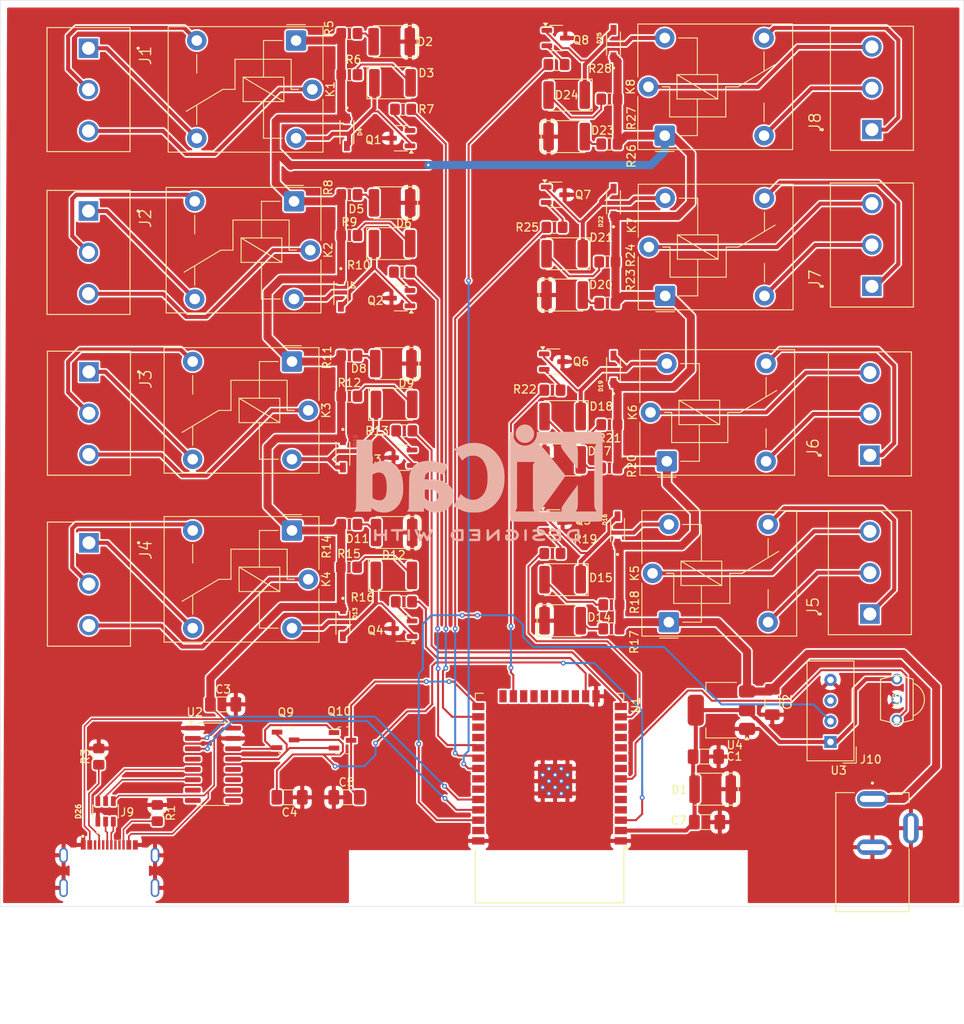
<source format=kicad_pcb>
(kicad_pcb (version 20241229) (generator "pcbnew") (generator_version "9.0")
  (title_block (title "Home automation") (date "2025-06-08") (rev "1") (company "Designed by Vishal"))
  (layers (0 "F.Cu" signal) (2 "B.Cu" signal) (13 "F.Paste" user) (15 "B.Paste" user) (5 "F.SilkS" user "F.Silkscreen") (7 "B.SilkS" user "B.Silkscreen") (1 "F.Mask" user) (3 "B.Mask" user) (25 "Edge.Cuts" user))
  (net 0 "")
  (net 1 "GND")
  (net 2 "Net-(Q8-B)")
  (net 3 "/DTR")
  (net 4 "3.3V")
  (net 5 "5V")
  (net 6 "/RTS")
  (net 7 "/UD-")
  (net 9 "Net-(J9-CC1)")
  (net 10 "/UD+")
  (net 12 "Net-(Q1-B)")
  (net 13 "Net-(Q2-B)")
  (net 14 "Net-(Q3-B)")
  (net 15 "Net-(Q4-B)")
  (net 16 "Net-(Q5-B)")
  (net 17 "Net-(Q6-B)")
  (net 18 "Net-(Q7-B)")
  (net 19 "/INPUT1")
  (net 20 "/INPUT2")
  (net 21 "/INPUT3")
  (net 22 "/INPUT4")
  (net 23 "/INPUT5")
  (net 24 "/INPUT6")
  (net 25 "/INPUT7")
  (net 26 "/INPUT8")
  (net 32 "/TXD")
  (net 34 "/IR")
  (net 39 "/RXD")
  (net 41 "/DHT11")
  (net 59 "Net-(J1-Pin_3)")
  (net 60 "Net-(J1-Pin_2)")
  (net 61 "Net-(J1-Pin_1)")
  (net 62 "Net-(J2-Pin_2)")
  (net 63 "Net-(J2-Pin_1)")
  (net 64 "Net-(J2-Pin_3)")
  (net 65 "Net-(J3-Pin_3)")
  (net 66 "Net-(J3-Pin_1)")
  (net 67 "Net-(J3-Pin_2)")
  (net 68 "Net-(J4-Pin_2)")
  (net 69 "Net-(J4-Pin_3)")
  (net 70 "Net-(J4-Pin_1)")
  (net 71 "Net-(J5-Pin_1)")
  (net 72 "Net-(J5-Pin_3)")
  (net 73 "Net-(J5-Pin_2)")
  (net 74 "Net-(J6-Pin_2)")
  (net 75 "Net-(J6-Pin_3)")
  (net 76 "Net-(J6-Pin_1)")
  (net 77 "Net-(J7-Pin_2)")
  (net 78 "Net-(J7-Pin_3)")
  (net 79 "Net-(J7-Pin_1)")
  (net 80 "Net-(J8-Pin_2)")
  (net 81 "Net-(J8-Pin_1)")
  (net 82 "Net-(J8-Pin_3)")
  (net 83 "Net-(J9-CC2)")
  (net 84 "Net-(Q10-S)")
  (net 85 "Net-(Q10-G)")
  (net 86 "Net-(D8-A)")
  (net 87 "Net-(D6-A)")
  (net 88 "Net-(D6-K)")
  (net 89 "Net-(D5-A)")
  (net 90 "Net-(D3-A)")
  (net 91 "Net-(D3-K)")
  (net 92 "Net-(D2-A)")
  (net 93 "Net-(D9-K)")
  (net 94 "Net-(D24-K)")
  (net 95 "Net-(D24-A)")
  (net 96 "Net-(D23-A)")
  (net 97 "Net-(D21-A)")
  (net 98 "Net-(D21-K)")
  (net 99 "Net-(D20-A)")
  (net 100 "Net-(D18-A)")
  (net 101 "Net-(D18-K)")
  (net 102 "Net-(D17-A)")
  (net 103 "Net-(D15-A)")
  (net 104 "Net-(D15-K)")
  (net 105 "Net-(D14-A)")
  (net 106 "Net-(D12-K)")
  (net 107 "Net-(D12-A)")
  (net 108 "Net-(D11-A)")
  (net 109 "Net-(D9-A)")
  (net 110 "/DP")
  (net 111 "/DN")
  (footprint "Resistor_SMD:R_0805_2012Metric_Pad1.20x1.40mm_HandSolder" (layer "F.Cu") (at 146.975 110.6175 180)
    (property "Reference" "R18")
    (property "Value" "470k")
  )
  (footprint "LED_SMD:LED_1812_4532Metric_Pad1.30x3.40mm_HandSolder" (layer "F.Cu") (at 141.475 53.1075)
    (property "Reference" "D23")
    (property "Value" "LED")
  )
  (footprint "Resistor_SMD:R_0805_2012Metric_Pad1.20x1.40mm_HandSolder" (layer "F.Cu") (at 146.725 48.5 180)
    (property "Reference" "R27")
    (property "Value" "470k")
  )
  (footprint "LED_SMD:LED_1812_4532Metric_Pad1.30x3.40mm_HandSolder" (layer "F.Cu") (at 140.975 112.5675)
    (property "Reference" "D14")
    (property "Value" "LED")
  )
  (footprint "LED_SMD:LED_1812_4532Metric_Pad1.30x3.40mm_HandSolder" (layer "F.Cu") (at 141.225 67.5 180)
    (property "Reference" "D21")
    (property "Value" "LED")
  )
  (footprint "Capacitor_SMD:C_1206_3216Metric_Pad1.33x1.80mm_HandSolder" (layer "F.Cu") (at 166.7375 122.55 -90)
    (property "Reference" "C2")
    (property "Value" "10uF")
  )
  (footprint "Resistor_SMD:R_0805_2012Metric_Pad1.20x1.40mm_HandSolder" (layer "F.Cu") (at 121.525 89.25 180)
    (property "Reference" "R13")
    (property "Value" "1K")
  )
  (footprint "1N5819HW-7-F:SOD3715X145N" (layer "F.Cu") (at 147.225 61.18 90)
    (property "Reference" "D22")
    (property "Value" "1N5819HW-7-F")
  )
  (footprint "Capacitor_SMD:C_1206_3216Metric_Pad1.33x1.80mm_HandSolder" (layer "F.Cu") (at 158.575 129.2625)
    (property "Reference" "C1")
    (property "Value" "10uF")
  )
  (footprint "1N5819HW-7-F:SOD3715X145N" (layer "F.Cu") (at 147.225 41.68 90)
    (property "Reference" "D25")
    (property "Value" "1N5819HW-7-F")
  )
  (footprint "screw-TB004-508-03BE:CUI_TB004-508-03BE" (layer "F.Cu") (at 178.725 92.25 90)
    (property "Reference" "J6")
    (property "Value" "Screw_Terminal_01x03")
  )
  (footprint "Resistor_SMD:R_0805_2012Metric_Pad1.20x1.40mm_HandSolder" (layer "F.Cu") (at 146.975 113.5675 180)
    (property "Reference" "R17")
    (property "Value" "470k")
  )
  (footprint "1N5819HW-7-F:SOD3715X145N" (layer "F.Cu") (at 147.725 101.43 90)
    (property "Reference" "D16")
    (property "Value" "1N5819HW-7-F")
  )
  (footprint "Resistor_SMD:R_0805_2012Metric_Pad1.20x1.40mm_HandSolder" (layer "F.Cu") (at 139.975 64.25)
    (property "Reference" "R25")
    (property "Value" "1K")
  )
  (footprint "Resistor_SMD:R_0805_2012Metric_Pad1.20x1.40mm_HandSolder" (layer "F.Cu") (at 139.725 104.3175)
    (property "Reference" "R19")
    (property "Value" "1K")
  )
  (footprint "Relay_THT:Relay_SPDT_Finder_36.11" (layer "F.Cu") (at 107.725 80.7375 -90)
    (property "Reference" "K3")
    (property "Value" "FINDER-36.11")
  )
  (footprint "Resistor_SMD:R_0805_2012Metric_Pad1.20x1.40mm_HandSolder" (layer "F.Cu") (at 140.225 44.25)
    (property "Reference" "R28")
    (property "Value" "1K")
  )
  (footprint "Resistor_SMD:R_0805_2012Metric_Pad1.20x1.40mm_HandSolder" (layer "F.Cu") (at 146.725 93.8175 180)
    (property "Reference" "R20")
    (property "Value" "470k")
  )
  (footprint "TSOP1838:TSOP18XX" (layer "F.Cu") (at 182.0109 122.2488 90)
    (property "Reference" "U5")
    (property "Value" "TSOP1838")
  )
  (footprint "1N5819HW-7-F:SOD3715X145N" (layer "F.Cu") (at 113.975 112.82 -90)
    (property "Reference" "D13")
    (property "Value" "1N5819HW-7-F")
  )
  (footprint "LED_SMD:LED_1812_4532Metric_Pad1.30x3.40mm_HandSolder" (layer "F.Cu") (at 141.225 72.5675)
    (property "Reference" "D20")
    (property "Value" "LED")
  )
  (footprint "Resistor_SMD:R_0805_2012Metric_Pad1.20x1.40mm_HandSolder" (layer "F.Cu") (at 114.775 60.2375)
    (property "Reference" "R8")
    (property "Value" "470k")
  )
  (footprint "screw-TB004-508-03BE:CUI_TB004-508-03BE" (layer "F.Cu") (at 178.725 111.75 90)
    (property "Reference" "J5")
    (property "Value" "Screw_Terminal_01x03")
  )
  (footprint "LED_SMD:LED_1812_4532Metric_Pad1.30x3.40mm_HandSolder" (layer "F.Cu") (at 120.275 86)
    (property "Reference" "D9")
    (property "Value" "LED")
  )
  (footprint "LED_SMD:LED_1812_4532Metric_Pad1.30x3.40mm_HandSolder" (layer "F.Cu") (at 120.025 61.2375 180)
    (property "Reference" "D5")
    (property "Value" "LED")
  )
  (footprint "Capacitor_SMD:C_1206_3216Metric_Pad1.33x1.80mm_HandSolder" (layer "F.Cu") (at 114.425 134.2625)
    (property "Reference" "C5")
    (property "Value" "1uF")
  )
  (footprint "2340901-1:TE_2340901-1" (layer "F.Cu") (at 85.27825 145.3875)
    (property "Reference" "J9")
    (property "Value" "2340901-1")
    (fp_line (start -4.62 -4.7) (end 4.62 -4.7) (stroke (width 0.01)) (layer "Edge.Cuts"))
    (fp_line (start -4.62 2.2) (end -4.62 -4.7) (stroke (width 0.01)) (layer "Edge.Cuts"))
    (fp_line (start 4.62 -4.7) (end 4.62 2.2) (stroke (width 0.01)) (layer "Edge.Cuts"))
    (fp_line (start 4.62 2.2) (end -4.62 2.2) (stroke (width 0.01)) (layer "Edge.Cuts"))
  )
  (footprint "LED_SMD:LED_1812_4532Metric_Pad1.30x3.40mm_HandSolder" (layer "F.Cu") (at 159.4125 133.2625 180)
    (property "Reference" "D1")
    (property "Value" "LED")
  )
  (footprint "1N5819HW-7-F:SOD3715X145N" (layer "F.Cu") (at 113.975 92.07 -90)
    (property "Reference" "D10")
    (property "Value" "1N5819HW-7-F")
  )
  (footprint "Resistor_SMD:R_0805_2012Metric_Pad1.20x1.40mm_HandSolder" (layer "F.Cu") (at 114.775 85)
    (property "Reference" "R12")
    (property "Value" "470k")
  )
  (footprint "Package_TO_SOT_SMD:SOT-23-3" (layer "F.Cu") (at 139.8375 100.5)
    (property "Reference" "Q5")
    (property "Value" "BC337")
  )
  (footprint "Resistor_SMD:R_0805_2012Metric_Pad1.20x1.40mm_HandSolder" (layer "F.Cu") (at 114.775 80.0375)
    (property "Reference" "R11")
    (property "Value" "470k")
  )
  (footprint "LED_SMD:LED_1812_4532Metric_Pad1.30x3.40mm_HandSolder" (layer "F.Cu") (at 140.975 87.5 180)
    (property "Reference" "D18")
    (property "Value" "LED")
  )
  (footprint "Resistor_SMD:R_0805_2012Metric_Pad1.20x1.40mm_HandSolder" (layer "F.Cu") (at 114.775 45.5)
    (property "Reference" "R6")
    (property "Value" "470k")
  )
  (footprint "LED_SMD:LED_1812_4532Metric_Pad1.30x3.40mm_HandSolder" (layer "F.Cu") (at 120.25 107)
    (property "Reference" "D12")
    (property "Value" "LED")
  )
  (footprint "Resistor_SMD:R_0805_2012Metric_Pad1.20x1.40mm_HandSolder" (layer "F.Cu") (at 114.775 100.7375)
    (property "Reference" "R14")
    (property "Value" "470k")
  )
  (footprint "Resistor_SMD:R_0805_2012Metric_Pad1.20x1.40mm_HandSolder" (layer "F.Cu") (at 121.375 49.75 180)
    (property "Reference" "R7")
    (property "Value" "1K")
  )
  (footprint "Capacitor_SMD:C_1206_3216Metric_Pad1.33x1.80mm_HandSolder" (layer "F.Cu") (at 99.2625 122.85)
    (property "Reference" "C3")
    (property "Value" "0.1uF")
  )
  (footprint "Package_TO_SOT_SMD:SOT-23-3" (layer "F.Cu") (at 121.0875 72.95 180)
    (property "Reference" "Q2")
    (property "Value" "BC337")
  )
  (footprint "LED_SMD:LED_1812_4532Metric_Pad1.30x3.40mm_HandSolder" (layer "F.Cu") (at 140.975 107.5275 180)
    (property "Reference" "D15")
    (property "Value" "LED")
  )
  (footprint "Package_TO_SOT_SMD:SOT-23-3" (layer "F.Cu") (at 140.175 41)
    (property "Reference" "Q8")
    (property "Value" "BC337")
  )
  (footprint "screw-TB004-508-03BE:CUI_TB004-508-03BE" (layer "F.Cu") (at 82.725 42.25 -90)
    (property "Reference" "J1")
    (property "Value" "Screw_Terminal_01x03")
  )
  (footprint "Package_TO_SOT_SMD:SOT-223-3_TabPin2" (layer "F.Cu") (at 160.4875 123.5625 180)
    (property "Reference" "U4")
    (property "Value" "AMS1117-3.3")
  )
  (footprint "Package_TO_SOT_SMD:SOT-23-3" (layer "F.Cu") (at 139.8375 80.75)
    (property "Reference" "Q6")
    (property "Value" "BC337")
  )
  (footprint "Resistor_SMD:R_0805_2012Metric_Pad1.20x1.40mm_HandSolder" (layer "F.Cu") (at 121.25 69.75 180)
    (property "Reference" "R10")
    (property "Value" "1K" (hide yes))
  )
  (footprint "Resistor_SMD:R_0805_2012Metric_Pad1.20x1.40mm_HandSolder" (layer "F.Cu") (at 91.175 136.2 -90)
    (property "Reference" "R1")
    (property "Value" "5.1k")
  )
  (footprint "USBLC6-2SC6:SOT95P280X145-6N" (layer "F.Cu") (at 84.825 135.995 90)
    (property "Reference" "D26")
    (property "Value" "USBLC6-2SC6")
  )
  (footprint "Resistor_SMD:R_0805_2012Metric_Pad1.20x1.40mm_HandSolder" (layer "F.Cu") (at 146.475 73.5675 180)
    (property "Reference" "R23")
    (property "Value" "470k")
  )
  (footprint "screw-TB004-508-03BE:CUI_TB004-508-03BE" (layer "F.Cu") (at 178.975 71.5 90)
    (property "Reference" "J7")
    (property "Value" "Screw_Terminal_01x03")
  )
  (footprint "Resistor_SMD:R_0805_2012Metric_Pad1.20x1.40mm_HandSolder" (layer "F.Cu") (at 114.725 106)
    (property "Reference" "R15")
    (property "Value" "470k")
  )
  (footprint "screw-TB004-508-03BE:CUI_TB004-508-03BE" (layer "F.Cu") (at 82.775 103 -90)
    (property "Reference" "J4")
    (property "Value" "Screw_Terminal_01x03")
  )
  (footprint "LED_SMD:LED_1812_4532Metric_Pad1.30x3.40mm_HandSolder" (layer "F.Cu") (at 120.075 46.5)
    (property "Reference" "D3")
    (property "Value" "LED")
  )
  (footprint "1N5819HW-7-F:SOD3715X145N" (layer "F.Cu") (at 147.225 81.68 90)
    (property "Reference" "D19")
    (property "Value" "1N5819HW-7-F")
  )
  (footprint "Power-Jack-EJ503A:MPD_EJ503A" (layer "F.Cu") (at 179.0375 141)
    (property "Reference" "J10")
    (property "Value" "EJ503A")
  )
  (footprint "Resistor_SMD:R_0805_2012Metric_Pad1.20x1.40mm_HandSolder" (layer "F.Cu") (at 114.775 40.4375)
    (property "Reference" "R5")
    (property "Value" "470k")
  )
  (footprint "Relay_THT:Relay_SPDT_Finder_36.11" (layer "F.Cu") (at 154.025 112.75 90)
    (property "Reference" "K5")
    (property "Value" "FINDER-36.11")
  )
  (footprint "digikey-footprints:SOT-23-3" (layer "F.Cu") (at 106.9375 127.2125)
    (property "Reference" "Q9")
    (property "Value" "BSS138")
  )
  (footprint "LED_SMD:LED_1812_4532Metric_Pad1.30x3.40mm_HandSolder" (layer "F.Cu") (at 140.975 92.8175)
    (property "Reference" "D17")
    (property "Value" "LED")
  )
  (footprint "LED_SMD:LED_1812_4532Metric_Pad1.30x3.40mm_HandSolder" (layer "F.Cu") (at 120.025 66.25)
    (property "Reference" "D6")
    (property "Value" "LED")
  )
  (footprint "Relay_THT:Relay_SPDT_Finder_36.11" (layer "F.Cu") (at 108.225 41.305 -90)
    (property "Reference" "K1")
    (property "Value" "FINDER-36.11")
  )
  (footprint "Capacitor_SMD:C_1206_3216Metric_Pad1.33x1.80mm_HandSolder" (layer "F.Cu") (at 158.725 137.3125)
    (property "Reference" "C7")
    (property "Value" "0.1uF")
  )
  (footprint "Package_TO_SOT_SMD:SOT-23-3" (layer "F.Cu") (at 121.3375 113.55 180)
    (property "Reference" "Q4")
    (property "Value" "BC337")
  )
  (footprint "Sensor:Aosong_DHT11_5.5x12.0_P2.54mm" (layer "F.Cu") (at 173.8875 127.4625 180)
    (property "Reference" "U3")
    (property "Value" "DHT11")
  )
  (footprint "LED_SMD:LED_1812_4532Metric_Pad1.30x3.40mm_HandSolder" (layer "F.Cu") (at 141.475 48 180)
    (property "Reference" "D24")
    (property "Value" "LED")
  )
  (footprint "LED_SMD:LED_1812_4532Metric_Pad1.30x3.40mm_HandSolder" (layer "F.Cu") (at 120.275 101.7375 180)
    (property "Reference" "D11")
    (property "Value" "LED")
  )
  (footprint "Resistor_SMD:R_0805_2012Metric_Pad1.20x1.40mm_HandSolder" (layer "F.Cu") (at 146.475 68.5 180)
    (property "Reference" "R24")
    (property "Value" "470k")
  )
  (footprint "Relay_THT:Relay_SPDT_Finder_36.11" (layer "F.Cu") (at 107.975 61.055 -90)
    (property "Reference" "K2")
    (property "Value" "FINDER-36.11")
  )
  (footprint "Resistor_SMD:R_0805_2012Metric_Pad1.20x1.40mm_HandSolder" (layer "F.Cu") (at 146.725 88.5 180)
    (property "Reference" "R21")
    (property "Value" "470k")
  )
  (footprint "Package_SO:SOIC-16_3.9x9.9mm_P1.27mm" (layer "F.Cu") (at 98.0125 130.2075)
    (property "Reference" "U2")
    (property "Value" "CH340C")
  )
  (footprint "Resistor_SMD:R_0805_2012Metric_Pad1.20x1.40mm_HandSolder" (layer "F.Cu") (at 146.725 54.0175 180)
    (property "Reference" "R26")
    (property "Value" "470k")
  )
  (footprint "Package_TO_SOT_SMD:SOT-23-3" (layer "F.Cu") (at 140.0875 60.25)
    (property "Reference" "Q7")
    (property "Value" "BC337")
  )
  (footprint "Relay_THT:Relay_SPDT_Finder_36.11" (layer "F.Cu") (at 107.725 101.4875 -90)
    (property "Reference" "K4")
    (property "Value" "FINDER-36.11")
  )
  (footprint "1N5819HW-7-F:SOD3715X145N" (layer "F.Cu") (at 113.725 72.32 -90)
    (property "Reference" "D7")
    (property "Value" "1N5819HW-7-F")
  )
  (footprint "Package_TO_SOT_SMD:SOT-23-3" (layer "F.Cu") (at 121.3375 92.55 180)
    (property "Reference" "Q3")
    (property "Value" "BC337")
  )
  (footprint "Relay_THT:Relay_SPDT_Finder_36.11" (layer "F.Cu") (at 153.775 92.9875 90)
    (property "Reference" "K6")
    (property "Value" "FINDER-36.11")
  )
  (footprint "screw-TB004-508-03BE:CUI_TB004-508-03BE" (layer "F.Cu") (at 82.725 62.25 -90)
    (property "Reference" "J2")
    (property "Value" "Screw_Terminal_01x03")
  )
  (footprint "Relay_THT:Relay_SPDT_Finder_36.11" (layer "F.Cu") (at 153.575 72.67 90)
    (property "Reference" "K7")
    (property "Value" "FINDER-36.11")
  )
  (footprint "LED_SMD:LED_1812_4532Metric_Pad1.30x3.40mm_HandSolder" (layer "F.Cu") (at 120.175 80.9875 180)
    (property "Reference" "D8")
    (property "Value" "LED")
  )
  (footprint "digikey-footprints:SOT-23-3" (layer "F.Cu") (at 113.9375 127.2625)
    (property "Reference" "Q10")
    (property "Value" "BSS138")
  )
  (footprint "screw-TB004-508-03BE:CUI_TB004-508-03BE" (layer "F.Cu") (at 178.975 52.25 90)
    (property "Reference" "J8")
    (property "Value" "Screw_Terminal_01x03")
  )
  (footprint "Relay_THT:Relay_SPDT_Finder_36.11" (layer "F.Cu") (at 153.525 52.9875 90)
    (property "Reference" "K8")
    (property "Value" "FINDER-36.11")
  )
  (footprint "Resistor_SMD:R_0805_2012Metric_Pad1.20x1.40mm_HandSolder" (layer "F.Cu") (at 121.475 110.25 180)
    (property "Reference" "R16")
    (property "Value" "1K")
  )
  (footprint "Resistor_SMD:R_0805_2012Metric_Pad1.20x1.40mm_HandSolder" (layer "F.Cu") (at 83.9875 129.2625 90)
    (property "Reference" "R3")
    (property "Value" "5.1k")
  )
  (footprint "Resistor_SMD:R_0805_2012Metric_Pad1.20x1.40mm_HandSolder" (layer "F.Cu") (at 139.725 84.25)
    (property "Reference" "R22")
    (property "Value" "1K")
  )
  (footprint "screw-TB004-508-03BE:CUI_TB004-508-03BE" (layer "F.Cu") (at 82.775 82 -90)
    (property "Reference" "J3")
    (property "Value" "Screw_Terminal_01x03")
  )
  (footprint "1N5819HW-7-F:SOD3715X145N" (layer "F.Cu") (at 114.475 52.57 -90)
    (property "Reference" "D4")
    (property "Value" "1N5819HW-7-F")
  )
  (footprint "RF_Module:ESP32-WROOM-32" (layer "F.Cu") (at 139.37 131.365 180)
    (property "Reference" "U1")
    (property "Value" "ESP32-WROOM-32")
  )
  (footprint "Capacitor_SMD:C_1206_3216Metric_Pad1.33x1.80mm_HandSolder" (layer "F.Cu") (at 107.425 134.2625 180)
    (property "Reference" "C4")
    (property "Value" "1uF")
  )
  (footprint "LED_SMD:LED_1812_4532Metric_Pad1.30x3.40mm_HandSolder" (layer "F.Cu") (at 119.975 41.4375 180)
    (property "Reference" "D2")
    (property "Value" "LED")
  )
  (footprint "Package_TO_SOT_SMD:SOT-23-3" (layer "F.Cu") (at 121.0875 53.3 180)
    (property "Reference" "Q1")
    (property "Value" "BC337")
  )
  (footprint "Resistor_SMD:R_0805_2012Metric_Pad1.20x1.40mm_HandSolder" (layer "F.Cu") (at 114.775 65.25)
    (property "Reference" "R9")
    (property "Value" "470k")
  )
  (footprint "Symbol:KiCad-Logo2_12mm_SilkScreen" (layer "B.Cu") (at 130.65 94.4 180)
    (property "Reference" "REF**" (hide yes))
    (property "Value" "KiCad-Logo2_12mm_SilkScreen" (hide yes))
  )
  (gr_rect (start 71.875 36.35) (end 190.275 147.65) (stroke (width 0.05)) (fill no) (layer "Edge.Cuts"))
  (segment (start 141.225 44.1375) (end 139.0375 41.95) (width 0.25) (layer "F.Cu") (net 2))
  (segment (start 141.225 44.25) (end 141.225 44.1375) (width 0.25) (layer "F.Cu") (net 2))
  (segment (start 107.825 129) (end 105.8625 130.9625) (width 0.25) (layer "F.Cu") (net 3))
  (segment (start 124.95 122.75) (end 124.95 118.15) (width 0.25) (layer "F.Cu") (net 3))
  (segment (start 118 127.6) (end 121.9 123.7) (width 0.25) (layer "F.Cu") (net 3))
  (segment (start 150.75 136.3) (end 149.975 137.075) (width 0.25) (layer "F.Cu") (net 3))
  (segment (start 111.575 129) (end 107.825 129) (width 0.25) (layer "F.Cu") (net 3))
  (segment (start 113.4895 127.2125) (end 113.975 127.698) (width 0.25) (layer "F.Cu") (net 3))
  (segment (start 125.4 117.7) (end 141.05 117.7) (width 0.25) (layer "F.Cu") (net 3))
  (segment (start 121.9 123.7) (end 124.1 123.7) (width 0.25) (layer "F.Cu") (net 3))
  (segment (start 141.05 117.7) (end 141.05 117.775) (width 0.25) (layer "F.Cu") (net 3))
  (segment (start 124.1 123.7) (end 125 122.8) (width 0.25) (layer "F.Cu") (net 3))
  (segment (start 124.95 118.15) (end 125.4 117.7) (width 0.25) (layer "F.Cu") (net 3))
  (segment (start 105.8625 130.9625) (end 105.8625 134.2625) (width 0.25) (layer "F.Cu") (net 3))
  (segment (start 113.625 129) (end 111.575 129) (width 0.25) (layer "F.Cu") (net 3))
  (segment (start 149.975 137.075) (end 148.12 137.075) (width 0.25) (layer "F.Cu") (net 3))
  (segment (start 107.9875 127.2125) (end 113.4895 127.2125) (width 0.25) (layer "F.Cu") (net 3))
  (segment (start 150.75 134.3) (end 150.75 136.3) (width 0.25) (layer "F.Cu") (net 3))
  (segment (start 113.975 127.698) (end 113.975 128.65) (width 0.25) (layer "F.Cu") (net 3))
  (segment (start 125 122.8) (end 124.95 122.75) (width 0.25) (layer "F.Cu") (net 3))
  (segment (start 113.025 130.45) (end 113.125 130.35) (width 0.25) (layer "F.Cu") (net 3))
  (segment (start 111.575 129) (end 113.025 130.45) (width 0.25) (layer "F.Cu") (net 3))
  (segment (start 113.975 128.65) (end 113.625 129) (width 0.25) (layer "F.Cu") (net 3))
  (via (at 150.75 134.3) (size 0.6) (drill 0.3) (layers "F.Cu" "B.Cu") (net 3))
  (via (at 113.025 130.45) (size 0.6) (drill 0.3) (layers "F.Cu" "B.Cu") (net 3))
  (via (at 141.05 117.775) (size 0.6) (drill 0.3) (layers "F.Cu" "B.Cu") (net 3))
  (via (at 118 127.6) (size 0.6) (drill 0.3) (layers "F.Cu" "B.Cu") (net 3))
  (segment (start 150.75 123.65) (end 150.75 134.3) (width 0.25) (layer "B.Cu") (net 3))
  (segment (start 118 127.6) (end 118 127.65) (width 0.25) (layer "B.Cu") (net 3))
  (segment (start 150.75 134.3) (end 150.75 133.1) (width 0.25) (layer "B.Cu") (net 3))
  (segment (start 116.6 130.45) (end 117.95 129.1) (width 0.25) (layer "B.Cu") (net 3))
  (segment (start 118 129.05) (end 118 127.6) (width 0.25) (layer "B.Cu") (net 3))
  (segment (start 117.95 129.1) (end 118 129.05) (width 0.25) (layer "B.Cu") (net 3))
  (segment (start 141.05 117.775) (end 144.875 117.775) (width 0.25) (layer "B.Cu") (net 3))
  (segment (start 113.025 130.45) (end 116.6 130.45) (width 0.25) (layer "B.Cu") (net 3))
  (segment (start 144.875 117.775) (end 150.75 123.65) (width 0.25) (layer "B.Cu") (net 3))
  (segment (start 164.625 124.55) (end 164.725 124.55) (width 0.5) (layer "F.Cu") (net 4))
  (segment (start 157.0125 133.0875) (end 157.1875 133.2625) (width 0.5) (layer "F.Cu") (net 4))
  (segment (start 174.6125 127.4625) (end 176.925 125.15) (width 0.5) (layer "F.Cu") (net 4))
  (segment (start 157.1875 133.2625) (end 157.1875 137.2875) (width 0.5) (layer "F.Cu") (net 4))
  (segment (start 173.8875 127.4625) (end 174.6125 127.4625) (width 0.5) (layer "F.Cu") (net 4))
  (segment (start 176.925 121.05) (end 178.225 119.75) (width 0.5) (layer "F.Cu") (net 4))
  (segment (start 167.6375 127.4625) (end 173.8875 127.4625) (width 0.5) (layer "F.Cu") (net 4))
  (segment (start 156.13 138.345) (end 148.12 138.345) (width 0.5) (layer "F.Cu") (net 4))
  (segment (start 157.1625 137.3125) (end 156.13 138.345) (width 0.5) (layer "F.Cu") (net 4))
  (segment (start 157.1875 137.2875) (end 157.1625 137.3125) (width 0.5) (layer "F.Cu") (net 4))
  (segment (start 163.6375 123.5625) (end 164.625 124.55) (width 0.5) (layer "F.Cu") (net 4))
  (segment (start 157.3375 123.5625) (end 163.6375 123.5625) (width 0.5) (layer "F.Cu") (net 4))
  (segment (start 176.925 125.15) (end 176.925 121.05) (width 0.5) (layer "F.Cu") (net 4))
  (segment (start 164.725 124.55) (end 167.6375 127.4625) (width 0.5) (layer "F.Cu") (net 4))
  (segment (start 157.3375 128.9375) (end 157.0125 129.2625) (width 0.5) (layer "F.Cu") (net 4))
  (segment (start 157.3375 123.5625) (end 157.3375 128.9375) (width 0.5) (layer "F.Cu") (net 4))
  (segment (start 178.225 119.75) (end 182.0375 119.75) (width 0.5) (layer "F.Cu") (net 4))
  (segment (start 157.0125 129.2625) (end 157.0125 133.0875) (width 0.5) (layer "F.Cu") (net 4))
  (segment (start 97.7 123.075) (end 99.275 124.65) (width 0.2) (layer "F.Cu") (net 5))
  (segment (start 82.225 137.8) (end 82.87825 138.45325) (width 0.2) (layer "F.Cu") (net 5))
  (segment (start 105.725 54.85) (end 107.575 56.7) (width 1) (layer "F.Cu") (net 5))
  (segment (start 154.025 112.75) (end 148.7925 112.75) (width 1) (layer "F.Cu") (net 5))
  (segment (start 148.755 52.9875) (end 147.725 54.0175) (width 1) (layer "F.Cu") (net 5))
  (segment (start 97.7 119.625) (end 97.7 122.85) (width 1) (layer "F.Cu") (net 5))
  (segment (start 82.225 125.55) (end 82.225 137.8) (width 0.2) (layer "F.Cu") (net 5))
  (segment (start 107.975 61.055) (end 112.9575 61.055) (width 1) (layer "F.Cu") (net 5))
  (segment (start 106.085 50.89) (end 105.725 51.25) (width 1) (layer "F.Cu") (net 5))
  (segment (start 163.6375 121.2625) (end 166.4625 121.2625) (width 1) (layer "F.Cu") (net 5))
  (segment (start 153.575 72.67) (end 148.3725 72.67) (width 1) (layer "F.Cu") (net 5))
  (segment (start 156.725 75.25) (end 156.725 81.75) (width 1) (layer "F.Cu") (net 5))
  (segment (start 112.9075 41.305) (end 113.775 40.4375) (width 1) (layer "F.Cu") (net 5))
  (segment (start 147.975 113.5675) (end 147.975 110.6175) (width 1) (layer "F.Cu") (net 5))
  (segment (start 154.025 112.75) (end 160.025 112.75) (width 1) (layer "F.Cu") (net 5))
  (segment (start 107.725 80.7375) (end 113.075 80.7375) (width 1) (layer "F.Cu") (net 5))
  (segment (start 154.615 83.86) (end 147.725 83.86) (width 1) (layer "F.Cu") (net 5))
  (segment (start 85.775 134.74) (end 86.465 134.05) (width 0.2) (layer "F.Cu") (net 5))
  (segment (start 108.225 41.305) (end 112.9075 41.305) (width 1) (layer "F.Cu") (net 5))
  (segment (start 113.725 70.64) (end 106.335 70.64) (width 1) (layer "F.Cu") (net 5))
  (segment (start 147.475 73.5675) (end 147.475 68.5) (width 1) (layer "F.Cu") (net 5))
  (segment (start 104.725 72.25) (end 104.725 77.75) (width 1) (layer "F.Cu") (net 5))
  (segment (start 182.825 116.65) (end 186.875 120.7) (width 1) (layer "F.Cu") (net 5))
  (segment (start 98.175 132.8) (end 98.175 126.8) (width 0.2) (layer "F.Cu") (net 5))
  (segment (start 113.775 80.0375) (end 113.775 85) (width 1) (layer "F.Cu") (net 5))
  (segment (start 163.6375 116.3625) (end 163.6375 121.2625) (width 1) (layer "F.Cu") (net 5))
  (segment (start 155.615 103.36) (end 147.975 103.36) (width 1) (layer "F.Cu") (net 5))
  (segment (start 147.725 48.5) (end 147.725 43.86) (width 1) (layer "F.Cu") (net 5))
  (segment (start 97.45 134.356968) (end 93.056968 138.75) (width 0.2) (layer "F.Cu") (net 5))
  (segment (start 106.435 110.89) (end 97.7 119.625) (width 1) (layer "F.Cu") (net 5))
  (segment (start 87.67825 139.04675) (end 87.67825 140.0865) (width 0.2) (layer "F.Cu") (net 5))
  (segment (start 154.145 72.67) (end 156.725 75.25) (width 1) (layer "F.Cu") (net 5))
  (segment (start 153.575 72.67) (end 154.145 72.67) (width 1) (layer "F.Cu") (net 5))
  (segment (start 86.465 134.05) (end 96.925 134.05) (width 0.2) (layer "F.Cu") (net 5))
  (segment (start 113.725 110.89) (end 106.435 110.89) (width 1) (layer "F.Cu") (net 5))
  (segment (start 157.225 99.25) (end 157.225 101.75) (width 1) (layer "F.Cu") (net 5))
  (segment (start 87.975 138.75) (end 87.67825 139.04675) (width 0.2) (layer "F.Cu") (net 5))
  (segment (start 97.45 133.525) (end 98.175 132.8) (width 0.2) (layer "F.Cu") (net 5))
  (segment (start 147.975 103.36) (end 147.725 103.11) (width 1) (layer "F.Cu") (net 5))
  (segment (start 99.375 124.65) (end 99.275 124.65) (width 0.2) (layer "F.Cu") (net 5))
  (segment (start 83.125 124.65) (end 82.225 125.55) (width 0.2) (layer "F.Cu") (net 5))
  (segment (start 97.7 122.85) (end 97.7 123.075) (width 0.2) (layer "F.Cu") (net 5))
  (segment (start 113.775 90.19) (end 105.785 90.19) (width 1) (layer "F.Cu") (net 5))
  (segment (start 113.025 101.4875) (end 113.775 100.7375) (width 1) (layer "F.Cu") (net 5))
  (segment (start 97.45 133.525) (end 97.45 134.356968) (width 0.2) (layer "F.Cu") (net 5))
  (segment (start 160.025 112.75) (end 163.6375 116.3625) (width 1) (layer "F.Cu") (net 5))
  (segment (start 171.075 116.65) (end 182.825 116.65) (width 1) (layer "F.Cu") (net 5))
  (segment (start 153.775 95.8) (end 157.225 99.25) (width 1) (layer "F.Cu") (net 5))
  (segment (start 148.555 92.9875) (end 147.725 93.8175) (width 1) (layer "F.Cu") (net 5))
  (segment (start 107.575 56.7) (end 107.675 56.6) (width 1) (layer "F.Cu") (net 5))
  (segment (start 99.275 124.65) (end 83.125 124.65) (width 0.2) (layer "F.Cu") (net 5))
  (segment (start 113.725 106) (end 113.725 110.89) (width 1) (layer "F.Cu") (net 5))
  (segment (start 113.775 60.2375) (end 113.775 65.25) (width 1) (layer "F.Cu") (net 5))
  (segment (start 112.9575 61.055) (end 113.775 60.2375) (width 1) (layer "F.Cu") (net 5))
  (segment (start 147.975 110.6175) (end 147.975 103.36) (width 1) (layer "F.Cu") (net 5))
  (segment (start 147.725 83.86) (end 147.225 83.36) (width 1) (layer "F.Cu") (net 5))
  (segment (start 153.775 92.9875) (end 148.555 92.9875) (width 1) (layer "F.Cu") (net 5))
  (segment (start 113.775 85) (end 113.775 90.19) (width 1) (layer "F.Cu") (net 5))
  (segment (start 147.475 63.11) (end 147.225 62.86) (width 1) (layer "F.Cu") (net 5))
  (segment (start 113.775 65.25) (end 113.775 70.59) (width 1) (layer "F.Cu") (net 5))
  (segment (start 99.2125 125.7625) (end 100.4875 125.7625) (width 0.2) (layer "F.Cu") (net 5))
  (segment (start 147.475 68.5) (end 147.475 63.11) (width 1) (layer "F.Cu") (net 5))
  (segment (start 155.115 62.86) (end 147.225 62.86) (width 1) (layer "F.Cu") (net 5))
  (segment (start 166.7375 120.9875) (end 171.075 116.65) (width 1) (layer "F.Cu") (net 5))
  (segment (start 107.725 101.4875) (end 113.025 101.4875) (width 1) (layer "F.Cu") (net 5))
  (segment (start 113.775 70.59) (end 113.725 70.64) (width 1) (layer "F.Cu") (net 5))
  (segment (start 107.675 56.6) (end 124.475 56.6) (width 1) (layer "F.Cu") (net 5))
  (segment (start 182.865 134.46) (end 179.0375 134.46) (width 1) (layer "F.Cu") (net 5))
  (segment (start 157.225 101.75) (end 155.615 103.36) (width 1) (layer "F.Cu") (net 5))
  (segment (start 96.925 134.05) (end 97.45 133.525) (width 0.2) (layer "F.Cu") (net 5))
  (segment (start 113.775 50.19) (end 114.475 50.89) (width 1) (layer "F.Cu") (net 5))
  (segment (start 186.875 130.45) (end 182.865 134.46) (width 1) (layer "F.Cu") (net 5))
  (segment (start 166.4625 121.2625) (end 166.7375 120.9875) (width 1) (layer "F.Cu") (net 5))
  (segment (start 104.725 98.4875) (end 107.725 101.4875) (width 1) (layer "F.Cu") (net 5))
  (segment (start 153.775 92.9875) (end 153.775 95.8) (width 1) (layer "F.Cu") (net 5))
  (segment (start 100.4875 125.7625) (end 99.375 124.65) (width 0.2) (layer "F.Cu") (net 5))
  (segment (start 107.7125 80.7375) (end 107.725 80.7375) (width 1) (layer "F.Cu") (net 5))
  (segment (start 113.775 40.4375) (end 113.775 45.5) (width 1) (layer "F.Cu") (net 5))
  (segment (start 104.725 77.75) (end 107.7125 80.7375) (width 1) (layer "F.Cu") (net 5))
  (segment (start 156.725 81.75) (end 154.615 83.86) (width 1) (layer "F.Cu") (net 5))
  (segment (start 106.335 70.64) (end 104.725 72.25) (width 1) (layer "F.Cu") (net 5))
  (segment (start 147.725 54.0175) (end 147.725 48.5) (width 1) (layer "F.Cu") (net 5))
  (segment (start 147.725 93.8175) (end 147.725 88.5) (width 1) (layer "F.Cu") (net 5))
  (segment (start 153.525 52.9875) (end 154.4625 52.9875) (width 1) (layer "F.Cu") (net 5))
  (segment (start 153.525 52.9875) (end 148.755 52.9875) (width 1) (layer "F.Cu") (net 5))
  (segment (start 156.725 55.25) (end 156.725 61.25) (width 1) (layer "F.Cu") (net 5))
  (segment (start 148.3725 72.67) (end 147.475 73.5675) (width 1) (layer "F.Cu") (net 5))
  (segment (start 82.87825 138.45325) (end 82.87825 140.0865) (width 0.2) (layer "F.Cu") (net 5))
  (segment (start 147.725 43.86) (end 147.225 43.36) (width 1) (layer "F.Cu") (net 5))
  (segment (start 186.875 120.7) (end 186.875 130.45) (width 1) (layer "F.Cu") (net 5))
  (segment (start 98.175 126.8) (end 99.2125 125.7625) (width 0.2) (layer "F.Cu") (net 5))
  (segment (start 156.725 61.25) (end 155.115 62.86) (width 1) (layer "F.Cu") (net 5))
  (segment (start 104.725 91.25) (end 104.725 98.4875) (width 1) (layer "F.Cu") (net 5))
  (segment (start 105.785 90.19) (end 104.725 91.25) (width 1) (layer "F.Cu") (net 5))
  (segment (start 113.775 90.19) (end 113.975 90.39) (width 1) (layer "F.Cu") (net 5))
  (segment (start 154.4625 52.9875) (end 156.725 55.25) (width 1) (layer "F.Cu") (net 5))
  (segment (start 113.725 110.89) (end 113.975 111.14) (width 1) (layer "F.Cu") (net 5))
  (segment (start 105.725 51.25) (end 105.725 54.85) (width 1) (layer "F.Cu") (net 5))
  (segment (start 114.475 50.89) (end 106.085 50.89) (width 1) (layer "F.Cu") (net 5))
  (segment (start 113.775 45.5) (end 113.775 50.19) (width 1) (layer "F.Cu") (net 5))
  (segment (start 113.775 100.7375) (end 113.775 105.95) (width 1) (layer "F.Cu") (net 5))
  (segment (start 147.725 88.5) (end 147.725 83.86) (width 1) (layer "F.Cu") (net 5))
  (segment (start 105.725 58.805) (end 107.975 61.055) (width 1) (layer "F.Cu") (net 5))
  (segment (start 113.075 80.7375) (end 113.775 80.0375) (width 1) (layer "F.Cu") (net 5))
  (segment (start 148.7925 112.75) (end 147.975 113.5675) (width 1) (layer "F.Cu") (net 5))
  (segment (start 93.056968 138.75) (end 87.975 138.75) (width 0.2) (layer "F.Cu") (net 5))
  (segment (start 105.725 54.85) (end 105.725 58.805) (width 1) (layer "F.Cu") (net 5))
  (segment (start 113.775 105.95) (end 113.725 106) (width 1) (layer "F.Cu") (net 5))
  (via (at 124.475 56.6) (size 0.6) (drill 0.3) (layers "F.Cu" "B.Cu") (net 5))
  (segment (start 124.475 56.6) (end 151.825 56.6) (width 1) (layer "B.Cu") (net 5))
  (segment (start 153.525 54.9) (end 153.525 52.9875) (width 1) (layer "B.Cu") (net 5))
  (segment (start 151.825 56.6) (end 153.525 54.9) (width 1) (layer "B.Cu") (net 5))
  (segment (start 127.565 120.05) (end 130.62 123.105) (width 0.25) (layer "F.Cu") (net 6))
  (segment (start 114.9875 127.2625) (end 114.9875 122.9875) (width 0.25) (layer "F.Cu") (net 6))
  (segment (start 114.9875 127.2625) (end 114.9875 133.2625) (width 0.25) (layer "F.Cu") (net 6))
  (segment (start 114.9875 122.9875) (end 117.925 120.05) (width 0.25) (layer "F.Cu") (net 6))
  (segment (start 117.925 120.05) (end 124.225 120.05) (width 0.25) (layer "F.Cu") (net 6))
  (segment (start 127.025 120.05) (end 127.565 120.05) (width 0.25) (layer "F.Cu") (net 6))
  (segment (start 114.9875 133.2625) (end 115.9875 134.2625) (width 0.25) (layer "F.Cu") (net 6))
  (via (at 127.025 120.05) (size 0.6) (drill 0.3) (layers "F.Cu" "B.Cu") (net 6))
  (via (at 124.225 120.05) (size 0.6) (drill 0.3) (layers "F.Cu" "B.Cu") (net 6))
  (segment (start 124.225 120.05) (end 127.025 120.05) (width 0.25) (layer "B.Cu") (net 6))
  (segment (start 84.825 134.74) (end 84.825 134.135) (width 0.2) (layer "F.Cu") (net 7))
  (segment (start 84.825 134.135) (end 86.8475 132.1125) (width 0.2) (layer "F.Cu") (net 7))
  (segment (start 86.8475 132.1125) (end 95.5375 132.1125) (width 0.2) (layer "F.Cu") (net 7))
  (segment (start 82.775 133.8) (end 82.775 137.7) (width 0.2) (layer "F.Cu") (net 9))
  (segment (start 83.9875 130.2625) (end 83.9875 132.5875) (width 0.2) (layer "F.Cu") (net 9))
  (segment (start 82.775 137.7) (end 84.02825 138.95325) (width 0.2) (layer "F.Cu") (net 9))
  (segment (start 84.02825 138.95325) (end 84.02825 140.0865) (width 0.2) (layer "F.Cu") (net 9))
  (segment (start 83.9875 132.5875) (end 82.775 133.8) (width 0.2) (layer "F.Cu") (net 9))
  (segment (start 83.875 134.135) (end 87.1675 130.8425) (width 0.2) (layer "F.Cu") (net 10))
  (segment (start 83.875 134.74) (end 83.875 134.135) (width 0.2) (layer "F.Cu") (net 10))
  (segment (start 87.1675 130.8425) (end 95.5375 130.8425) (width 0.2) (layer "F.Cu") (net 10))
  (segment (start 120.375 50.5) (end 122.225 52.35) (width 0.25) (layer "F.Cu") (net 12))
  (segment (start 120.375 49.75) (end 120.375 50.5) (width 0.25) (layer "F.Cu") (net 12))
  (segment (start 120.25 70.025) (end 122.225 72) (width 0.25) (layer "F.Cu") (net 13))
  (segment (start 120.25 69.75) (end 120.25 70.025) (width 0.25) (layer "F.Cu") (net 13))
  (segment (start 120.525 89.25) (end 120.525 89.65) (width 0.25) (layer "F.Cu") (net 14))
  (segment (start 120.525 89.65) (end 122.475 91.6) (width 0.25) (layer "F.Cu") (net 14))
  (segment (start 120.475 110.25) (end 120.475 110.6) (width 0.25) (layer "F.Cu") (net 15))
  (segment (start 120.475 110.6) (end 122.475 112.6) (width 0.25) (layer "F.Cu") (net 15))
  (segment (start 140.725 103.475) (end 138.7 101.45) (width 0.25) (layer "F.Cu") (net 16))
  (segment (start 140.725 104.3175) (end 140.725 103.475) (width 0.25) (layer "F.Cu") (net 16))
  (segment (start 140.725 84.25) (end 140.725 83.725) (width 0.25) (layer "F.Cu") (net 17))
  (segment (start 140.725 83.725) (end 138.7 81.7) (width 0.25) (layer "F.Cu") (net 17))
  (segment (start 140.975 63.225) (end 138.95 61.2) (width 0.25) (layer "F.Cu") (net 18))
  (segment (start 140.975 64.25) (end 140.975 63.225) (width 0.25) (layer "F.Cu") (net 18))
  (segment (start 126.275 123.25) (end 127.4 124.375) (width 0.25) (layer "F.Cu") (net 19))
  (segment (start 126.275 118.75) (end 126.275 123.25) (width 0.25) (layer "F.Cu") (net 19))
  (segment (start 122.375 49.75) (end 126.625 54) (width 0.25) (layer "F.Cu") (net 19))
  (segment (start 126.625 118.4) (end 126.275 118.75) (width 0.25) (layer "F.Cu") (net 19))
  (segment (start 126.625 54) (end 126.625 113.55) (width 0.25) (layer "F.Cu") (net 19))
  (segment (start 127.4 124.375) (end 130.62 124.375) (width 0.25) (layer "F.Cu") (net 19))
  (via (at 126.625 118.4) (size 0.6) (drill 0.3) (layers "F.Cu" "B.Cu") (net 19))
  (via (at 126.625 113.55) (size 0.6) (drill 0.3) (layers "F.Cu" "B.Cu") (net 19))
  (segment (start 126.625 113.55) (end 126.625 118.4) (width 0.25) (layer "B.Cu") (net 19))
  (segment (start 125.625 113.55) (end 125.625 73.125) (width 0.25) (layer "F.Cu") (net 20))
  (segment (start 125.625 73.125) (end 122.25 69.75) (width 0.25) (layer "F.Cu") (net 20))
  (segment (start 130.285 127.85) (end 130.62 128.185) (width 0.25) (layer "F.Cu") (net 20))
  (segment (start 126.825 127.85) (end 130.285 127.85) (width 0.25) (layer "F.Cu") (net 20))
  (segment (start 125.675 126.7) (end 126.825 127.85) (width 0.25) (layer "F.Cu") (net 20))
  (segment (start 125.675 118.45) (end 125.675 126.7) (width 0.25) (layer "F.Cu") (net 20))
  (via (at 125.625 113.55) (size 0.6) (drill 0.3) (layers "F.Cu" "B.Cu") (net 20))
  (via (at 125.675 118.45) (size 0.6) (drill 0.3) (layers "F.Cu" "B.Cu") (net 20))
  (segment (start 125.625 118.4) (end 125.675 118.45) (width 0.25) (layer "B.Cu") (net 20))
  (segment (start 125.625 113.55) (end 125.625 118.4) (width 0.25) (layer "B.Cu") (net 20))
  (segment (start 122.525 89.25) (end 124.875 91.6) (width 0.25) (layer "F.Cu") (net 21))
  (segment (start 125.720994 116.45) (end 142.165 116.45) (width 0.25) (layer "F.Cu") (net 21))
  (segment (start 124.875 91.6) (end 124.875 115.604006) (width 0.25) (layer "F.Cu") (net 21))
  (segment (start 142.165 116.45) (end 148.12 122.405) (width 0.25) (layer "F.Cu") (net 21))
  (segment (start 148.12 122.405) (end 148.12 123.105) (width 0.25) (layer "F.Cu") (net 21))
  (segment (start 124.875 115.604006) (end 125.720994 116.45) (width 0.25) (layer "F.Cu") (net 21))
  (segment (start 124.175 111.1) (end 124.175 115.763007) (width 0.25) (layer "F.Cu") (net 22))
  (segment (start 141.925 117.15) (end 143.81 119.035) (width 0.25) (layer "F.Cu") (net 22))
  (segment (start 122.475 110.25) (end 123.325 110.25) (width 0.25) (layer "F.Cu") (net 22))
  (segment (start 123.325 110.25) (end 124.175 111.1) (width 0.25) (layer "F.Cu") (net 22))
  (segment (start 143.81 119.035) (end 143.81 121.855) (width 0.25) (layer "F.Cu") (net 22))
  (segment (start 125.561993 117.15) (end 141.925 117.15) (width 0.25) (layer "F.Cu") (net 22))
  (segment (start 124.175 115.763007) (end 125.561993 117.15) (width 0.25) (layer "F.Cu") (net 22))
  (segment (start 150.425 119.05) (end 150.425 123.4) (width 0.25) (layer "F.Cu") (net 23))
  (segment (start 138.3575 104.3175) (end 136.775 105.9) (width 0.25) (layer "F.Cu") (net 23))
  (segment (start 138.725 104.3175) (end 138.3575 104.3175) (width 0.25) (layer "F.Cu") (net 23))
  (segment (start 136.775 114.1) (end 137.775 115.1) (width 0.25) (layer "F.Cu") (net 23))
  (segment (start 150.425 123.4) (end 149.45 124.375) (width 0.25) (layer "F.Cu") (net 23))
  (segment (start 149.45 124.375) (end 148.12 124.375) (width 0.25) (layer "F.Cu") (net 23))
  (segment (start 136.775 105.9) (end 136.775 114.1) (width 0.25) (layer "F.Cu") (net 23))
  (segment (start 137.775 115.1) (end 146.475 115.1) (width 0.25) (layer "F.Cu") (net 23))
  (segment (start 146.475 115.1) (end 150.425 119.05) (width 0.25) (layer "F.Cu") (net 23))
  (segment (start 134.625 88.35) (end 134.625 113.25) (width 0.25) (layer "F.Cu") (net 24))
  (segment (start 134.92 119.245) (end 134.92 121.855) (width 0.25) (layer "F.Cu") (net 24))
  (segment (start 134.625 118.95) (end 134.92 119.245) (width 0.25) (layer "F.Cu") (net 24))
  (segment (start 134.625 118.35) (end 134.625 118.95) (width 0.25) (layer "F.Cu") (net 24))
  (segment (start 138.725 84.25) (end 134.625 88.35) (width 0.25) (layer "F.Cu") (net 24))
  (via (at 134.625 113.25) (size 0.6) (drill 0.3) (layers "F.Cu" "B.Cu") (net 24))
  (via (at 134.625 118.35) (size 0.6) (drill 0.3) (layers "F.Cu" "B.Cu") (net 24))
  (segment (start 134.675 118.4) (end 134.625 118.35) (width 0.25) (layer "B.Cu") (net 24))
  (segment (start 134.625 113.25) (end 134.625 118.35) (width 0.25) (layer "B.Cu") (net 24))
  (segment (start 127.875 128.85) (end 128.175 129.15) (width 0.25) (layer "F.Cu") (net 25))
  (segment (start 128.175 129.15) (end 130.315 129.15) (width 0.25) (layer "F.Cu") (net 25))
  (segment (start 130.315 129.15) (end 130.62 129.455) (width 0.25) (layer "F.Cu") (net 25))
  (segment (start 138.975 64.25) (end 127.775 75.45) (width 0.25) (layer "F.Cu") (net 25))
  (segment (start 127.775 75.45) (end 127.775 113.55) (width 0.25) (layer "F.Cu") (net 25))
  (segment (start 127.775 128.85) (end 127.875 128.85) (width 0.25) (layer "F.Cu") (net 25))
  (via (at 127.775 113.55) (size 0.6) (drill 0.3) (layers "F.Cu" "B.Cu") (net 25))
  (via (at 127.775 128.85) (size 0.6) (drill 0.3) (layers "F.Cu" "B.Cu") (net 25))
  (segment (start 127.775 128.85) (end 127.775 127.7) (width 0.25) (layer "B.Cu") (net 25))
  (segment (start 127.775 113.55) (end 127.775 128.85) (width 0.25) (layer "B.Cu") (net 25))
  (segment (start 139.225 44.25) (end 129.425 54.05) (width 0.25) (layer "F.Cu") (net 26))
  (segment (start 129.425 54.05) (end 129.425 70.8) (width 0.25) (layer "F.Cu") (net 26))
  (segment (start 129.4 130.725) (end 130.62 130.725) (width 0.25) (layer "F.Cu") (net 26))
  (segment (start 128.825 130.15) (end 129.4 130.725) (width 0.25) (layer "F.Cu") (net 26))
  (segment (start 129.425 70.8) (end 129.425 70.85) (width 0.25) (layer "F.Cu") (net 26))
  (via (at 129.425 70.8) (size 0.6) (drill 0.3) (layers "F.Cu" "B.Cu") (net 26))
  (via (at 128.825 130.15) (size 0.6) (drill 0.3) (layers "F.Cu" "B.Cu") (net 26))
  (segment (start 129.425 128.55) (end 128.825 129.15) (width 0.25) (layer "B.Cu") (net 26))
  (segment (start 128.825 129.15) (end 128.825 130.15) (width 0.25) (layer "B.Cu") (net 26))
  (segment (start 129.425 70.8) (end 129.425 128.55) (width 0.25) (layer "B.Cu") (net 26))
  (segment (start 97.1925 127.0325) (end 97.275 126.95) (width 0.25) (layer "F.Cu") (net 32))
  (segment (start 126.475 132.9) (end 128.11 134.535) (width 0.25) (layer "F.Cu") (net 32))
  (segment (start 128.11 134.535) (end 130.62 134.535) (width 0.25) (layer "F.Cu") (net 32))
  (segment (start 95.5375 127.0325) (end 97.1925 127.0325) (width 0.25) (layer "F.Cu") (net 32))
  (via (at 126.475 132.9) (size 0.6) (drill 0.3) (layers "F.Cu" "B.Cu") (net 32))
  (via (at 97.275 126.95) (size 0.6) (drill 0.3) (layers "F.Cu" "B.Cu") (net 32))
  (segment (start 99.875 124.35) (end 117.925 124.35) (width 0.25) (layer "B.Cu") (net 32))
  (segment (start 97.275 126.95) (end 99.875 124.35) (width 0.25) (layer "B.Cu") (net 32))
  (segment (start 117.925 124.35) (end 126.475 132.9) (width 0.25) (layer "B.Cu") (net 32))
  (segment (start 159.325 122.4) (end 158.075 121.15) (width 0.25) (layer "F.Cu") (net 34))
  (segment (start 149.925 127.6) (end 149.925 131.55) (width 0.25) (layer "F.Cu") (net 34))
  (segment (start 172.748 118.65) (end 168.998 122.4) (width 0.25) (layer "F.Cu") (net 34))
  (segment (start 182.575 118.65) (end 172.748 118.65) (width 0.25) (layer "F.Cu") (net 34))
  (segment (start 183.225 123.5625) (end 183.225 119.3) (width 0.25) (layer "F.Cu") (net 34))
  (segment (start 149.48 131.995) (end 148.12 131.995) (width 0.25) (layer "F.Cu") (net 34))
  (segment (start 183.225 119.3) (end 182.575 118.65) (width 0.25) (layer "F.Cu") (net 34))
  (segment (start 156.375 121.15) (end 149.925 127.6) (width 0.25) (layer "F.Cu") (net 34))
  (segment (start 168.998 122.4) (end 159.325 122.4) (width 0.25) (layer "F.Cu") (net 34))
  (segment (start 182.0375 124.75) (end 183.225 123.5625) (width 0.25) (layer "F.Cu") (net 34))
  (segment (start 149.925 131.55) (end 149.48 131.995) (width 0.25) (layer "F.Cu") (net 34))
  (segment (start 158.075 121.15) (end 156.375 121.15) (width 0.25) (layer "F.Cu") (net 34))
  (segment (start 97.3225 128.3025) (end 97.325 128.3) (width 0.25) (layer "F.Cu") (net 39))
  (segment (start 126.525 134.4) (end 127.93 135.805) (width 0.25) (layer "F.Cu") (net 39))
  (segment (start 95.5375 128.3025) (end 97.3225 128.3025) (width 0.25) (layer "F.Cu") (net 39))
  (segment (start 127.93 135.805) (end 130.62 135.805) (width 0.25) (layer "F.Cu") (net 39))
  (via (at 97.325 128.3) (size 0.6) (drill 0.3) (layers "F.Cu" "B.Cu") (net 39))
  (via (at 126.525 134.4) (size 0.6) (drill 0.3) (layers "F.Cu" "B.Cu") (net 39))
  (segment (start 97.325 127.95) (end 100.375 124.9) (width 0.25) (layer "B.Cu") (net 39))
  (segment (start 100.375 124.9) (end 116.975 124.9) (width 0.25) (layer "B.Cu") (net 39))
  (segment (start 116.975 124.9) (end 126.475 134.4) (width 0.25) (layer "B.Cu") (net 39))
  (segment (start 126.475 134.4) (end 126.525 134.4) (width 0.25) (layer "B.Cu") (net 39))
  (segment (start 97.325 128.3) (end 97.325 127.95) (width 0.25) (layer "B.Cu") (net 39))
  (segment (start 130.5 111.9) (end 128.65 111.9) (width 0.25) (layer "F.Cu") (net 41))
  (segment (start 123.3 127.7) (end 123.3 134.85) (width 0.25) (layer "F.Cu") (net 41))
  (segment (start 123.3 134.85) (end 125.525 137.075) (width 0.25) (layer "F.Cu") (net 41))
  (segment (start 125.525 137.075) (end 130.62 137.075) (width 0.25) (layer "F.Cu") (net 41))
  (segment (start 128.65 111.9) (end 128.65 111.75) (width 0.25) (layer "F.Cu") (net 41))
  (via (at 128.65 111.9) (size 0.6) (drill 0.3) (layers "F.Cu" "B.Cu") (net 41))
  (via (at 130.5 111.9) (size 0.6) (drill 0.3) (layers "F.Cu" "B.Cu") (net 41))
  (via (at 123.3 127.7) (size 0.6) (drill 0.3) (layers "F.Cu" "B.Cu") (net 41))
  (segment (start 123.8 112.95) (end 123.8 118.45) (width 0.25) (layer "B.Cu") (net 41))
  (segment (start 137.65 115.8) (end 137.35 115.8) (width 0.25) (layer "B.Cu") (net 41))
  (segment (start 123.8 118.45) (end 123.85 118.5) (width 0.25) (layer "B.Cu") (net 41))
  (segment (start 136.1 114.55) (end 136.1 113.1) (width 0.25) (layer "B.Cu") (net 41))
  (segment (start 136.1 113.1) (end 134.9 111.9) (width 0.25) (layer "B.Cu") (net 41))
  (segment (start 153.45 115.8) (end 137.65 115.8) (width 0.25) (layer "B.Cu") (net 41))
  (segment (start 173.8875 124.9225) (end 171.815 122.85) (width 0.25) (layer "B.Cu") (net 41))
  (segment (start 124.85 111.9) (end 123.8 112.95) (width 0.25) (layer "B.Cu") (net 41))
  (segment (start 128.65 111.9) (end 124.85 111.9) (width 0.25) (layer "B.Cu") (net 41))
  (segment (start 123.85 118.5) (end 123.3 119.05) (width 0.25) (layer "B.Cu") (net 41))
  (segment (start 137.35 115.8) (end 136.1 114.55) (width 0.25) (layer "B.Cu") (net 41))
  (segment (start 157.55 119.9) (end 153.45 115.8) (width 0.25) (layer "B.Cu") (net 41))
  (segment (start 160.5 122.85) (end 157.55 119.9) (width 0.25) (layer "B.Cu") (net 41))
  (segment (start 123.3 119.05) (end 123.3 127.7) (width 0.25) (layer "B.Cu") (net 41))
  (segment (start 165.65 122.85) (end 160.5 122.85) (width 0.25) (layer "B.Cu") (net 41))
  (segment (start 134.9 111.9) (end 130.5 111.9) (width 0.25) (layer "B.Cu") (net 41))
  (segment (start 171.815 122.85) (end 165.65 122.85) (width 0.25) (layer "B.Cu") (net 41))
  (segment (start 94.725 55.25) (end 98.225 55.25) (width 0.5) (layer "F.Cu") (net 59))
  (segment (start 82.725 52.41) (end 91.885 52.41) (width 0.5) (layer "F.Cu") (net 59))
  (segment (start 106.17 47.305) (end 110.225 47.305) (width 0.5) (layer "F.Cu") (net 59))
  (segment (start 91.885 52.41) (end 94.725 55.25) (width 0.5) (layer "F.Cu") (net 59))
  (segment (start 98.225 55.25) (end 106.17 47.305) (width 0.5) (layer "F.Cu") (net 59))
  (segment (start 80.225 40.75) (end 81.225 39.75) (width 0.5) (layer "F.Cu") (net 60))
  (segment (start 94.47 39.75) (end 96.025 41.305) (width 0.5) (layer "F.Cu") (net 60))
  (segment (start 80.225 44.83) (end 80.225 40.75) (width 0.5) (layer "F.Cu") (net 60))
  (segment (start 81.225 39.75) (end 94.47 39.75) (width 0.5) (layer "F.Cu") (net 60))
  (segment (start 82.725 47.33) (end 80.225 44.83) (width 0.5) (layer "F.Cu") (net 60))
  (segment (start 84.97 42.25) (end 96.025 53.305) (width 0.5) (layer "F.Cu") (net 61))
  (segment (start 82.725 42.25) (end 84.97 42.25) (width 0.5) (layer "F.Cu") (net 61))
  (segment (start 94.97 60.25) (end 95.775 61.055) (width 0.5) (layer "F.Cu") (net 62))
  (segment (start 81.225 60.25) (end 94.97 60.25) (width 0.5) (layer "F.Cu") (net 62))
  (segment (start 80.725 65.33) (end 80.725 60.75) (width 0.5) (layer "F.Cu") (net 62))
  (segment (start 82.725 67.33) (end 80.725 65.33) (width 0.5) (layer "F.Cu") (net 62))
  (segment (start 80.725 60.75) (end 81.225 60.25) (width 0.5) (layer "F.Cu") (net 62))
  (segment (start 82.725 62.25) (end 84.97 62.25) (width 0.5) (layer "F.Cu") (net 63))
  (segment (start 84.97 62.25) (end 95.775 73.055) (width 0.5) (layer "F.Cu") (net 63))
  (segment (start 105.42 67.055) (end 109.975 67.055) (width 0.5) (layer "F.Cu") (net 64))
  (segment (start 97.225 75.25) (end 105.42 67.055) (width 0.5) (layer "F.Cu") (net 64))
  (segment (start 91.885 72.41) (end 94.725 75.25) (width 0.5) (layer "F.Cu") (net 64))
  (segment (start 94.725 75.25) (end 97.225 75.25) (width 0.5) (layer "F.Cu") (net 64))
  (segment (start 82.725 72.41) (end 91.885 72.41) (width 0.5) (layer "F.Cu") (net 64))
  (segment (start 105.2375 86.7375) (end 109.725 86.7375) (width 0.5) (layer "F.Cu") (net 65))
  (segment (start 94.225 94.75) (end 97.225 94.75) (width 0.5) (layer "F.Cu") (net 65))
  (segment (start 91.635 92.16) (end 94.225 94.75) (width 0.5) (layer "F.Cu") (net 65))
  (segment (start 82.775 92.16) (end 91.635 92.16) (width 0.5) (layer "F.Cu") (net 65))
  (segment (start 97.225 94.75) (end 105.2375 86.7375) (width 0.5) (layer "F.Cu") (net 65))
  (segment (start 82.775 82) (end 84.7875 82) (width 0.5) (layer "F.Cu") (net 66))
  (segment (start 84.7875 82) (end 95.525 92.7375) (width 0.5) (layer "F.Cu") (net 66))
  (segment (start 81.725 79.25) (end 94.0375 79.25) (width 0.5) (layer "F.Cu") (net 67))
  (segment (start 94.0375 79.25) (end 95.525 80.7375) (width 0.5) (layer "F.Cu") (net 67))
  (segment (start 80.225 80.75) (end 81.725 79.25) (width 0.5) (layer "F.Cu") (net 67))
  (segment (start 80.225 84.53) (end 80.225 80.75) (width 0.5) (layer "F.Cu") (net 67))
  (segment (start 82.775 87.08) (end 80.225 84.53) (width 0.5) (layer "F.Cu") (net 67))
  (segment (start 80.725 101.25) (end 81.225 100.75) (width 0.5) (layer "F.Cu") (net 68))
  (segment (start 80.725 106.03) (end 80.725 101.25) (width 0.5) (layer "F.Cu") (net 68))
  (segment (start 81.225 100.75) (end 94.7875 100.75) (width 0.5) (layer "F.Cu") (net 68))
  (segment (start 94.7875 100.75) (end 95.525 101.4875) (width 0.5) (layer "F.Cu") (net 68))
  (segment (start 82.775 108.08) (end 80.725 106.03) (width 0.5) (layer "F.Cu") (net 68))
  (segment (start 94.225 115.75) (end 96.725 115.75) (width 0.5) (layer "F.Cu") (net 69))
  (segment (start 82.775 113.16) (end 91.635 113.16) (width 0.5) (layer "F.Cu") (net 69))
  (segment (start 104.9875 107.4875) (end 109.725 107.4875) (width 0.5) (layer "F.Cu") (net 69))
  (segment (start 96.725 115.75) (end 104.9875 107.4875) (width 0.5) (layer "F.Cu") (net 69))
  (segment (start 91.635 113.16) (end 94.225 115.75) (width 0.5) (layer "F.Cu") (net 69))
  (segment (start 82.775 103) (end 85.0375 103) (width 0.5) (layer "F.Cu") (net 70))
  (segment (start 85.0375 103) (end 95.525 113.4875) (width 0.5) (layer "F.Cu") (net 70))
  (segment (start 168.225 98.75) (end 166.225 100.75) (width 0.5) (layer "F.Cu") (net 71))
  (segment (start 178.725 111.75) (end 181.725 108.75) (width 0.5) (layer "F.Cu") (net 71))
  (segment (start 180.225 98.75) (end 168.225 98.75) (width 0.5) (layer "F.Cu") (net 71))
  (segment (start 181.725 100.25) (end 180.225 98.75) (width 0.5) (layer "F.Cu") (net 71))
  (segment (start 181.725 108.75) (end 181.725 100.25) (width 0.5) (layer "F.Cu") (net 71))
  (segment (start 178.725 101.59) (end 171.885 101.59) (width 0.5) (layer "F.Cu") (net 72))
  (segment (start 166.725 106.75) (end 152.025 106.75) (width 0.5) (layer "F.Cu") (net 72))
  (segment (start 171.885 101.59) (end 166.725 106.75) (width 0.5) (layer "F.Cu") (net 72))
  (segment (start 172.305 106.67) (end 166.225 112.75) (width 0.5) (layer "F.Cu") (net 73))
  (segment (start 178.725 106.67) (end 172.305 106.67) (width 0.5) (layer "F.Cu") (net 73))
  (segment (start 171.7925 87.17) (end 165.975 92.9875) (width 0.5) (layer "F.Cu") (net 74))
  (segment (start 178.725 87.17) (end 171.7925 87.17) (width 0.5) (layer "F.Cu") (net 74))
  (segment (start 178.725 82.09) (end 170.885 82.09) (width 0.5) (layer "F.Cu") (net 75))
  (segment (start 170.885 82.09) (end 165.9875 86.9875) (width 0.5) (layer "F.Cu") (net 75))
  (segment (start 165.9875 86.9875) (end 151.775 86.9875) (width 0.5) (layer "F.Cu") (net 75))
  (segment (start 179.725 79.25) (end 167.7125 79.25) (width 0.5) (layer "F.Cu") (net 76))
  (segment (start 178.725 92.25) (end 180.225 92.25) (width 0.5) (layer "F.Cu") (net 76))
  (segment (start 180.225 92.25) (end 181.725 90.75) (width 0.5) (layer "F.Cu") (net 76))
  (segment (start 181.725 81.25) (end 179.725 79.25) (width 0.5) (layer "F.Cu") (net 76))
  (segment (start 181.725 90.75) (end 181.725 81.25) (width 0.5) (layer "F.Cu") (net 76))
  (segment (start 167.7125 79.25) (end 165.975 80.9875) (width 0.5) (layer "F.Cu") (net 76))
  (segment (start 172.025 66.42) (end 165.775 72.67) (width 0.5) (layer "F.Cu") (net 77))
  (segment (start 178.975 66.42) (end 172.025 66.42) (width 0.5) (layer "F.Cu") (net 77))
  (segment (start 167.305 66.67) (end 151.575 66.67) (width 0.5) (layer "F.Cu") (net 78))
  (segment (start 172.635 61.34) (end 167.305 66.67) (width 0.5) (layer "F.Cu") (net 78))
  (segment (start 178.975 61.34) (end 172.635 61.34) (width 0.5) (layer "F.Cu") (net 78))
  (segment (start 182.225 61.25) (end 179.725 58.75) (width 0.5) (layer "F.Cu") (net 79))
  (segment (start 167.695 58.75) (end 165.775 60.67) (width 0.5) (layer "F.Cu") (net 79))
  (segment (start 178.975 71.5) (end 179.475 71.5) (width 0.5) (layer "F.Cu") (net 79))
  (segment (start 179.725 58.75) (end 167.695 58.75) (width 0.5) (layer "F.Cu") (net 79))
  (segment (start 179.475 71.5) (end 182.225 68.75) (width 0.5) (layer "F.Cu") (net 79))
  (segment (start 182.225 68.75) (end 182.225 61.25) (width 0.5) (layer "F.Cu") (net 79))
  (segment (start 178.975 47.17) (end 171.5425 47.17) (width 0.5) (layer "F.Cu") (net 80))
  (segment (start 171.5425 47.17) (end 165.725 52.9875) (width 0.5) (layer "F.Cu") (net 80))
  (segment (start 182.225 50.75) (end 182.225 41.25) (width 0.5) (layer "F.Cu") (net 81))
  (segment (start 180.725 39.75) (end 166.9625 39.75) (width 0.5) (layer "F.Cu") (net 81))
  (segment (start 166.9625 39.75) (end 165.725 40.9875) (width 0.5) (layer "F.Cu") (net 81))
  (segment (start 178.975 52.25) (end 180.725 52.25) (width 0.5) (layer "F.Cu") (net 81))
  (segment (start 180.725 52.25) (end 182.225 50.75) (width 0.5) (layer "F.Cu") (net 81))
  (segment (start 182.225 41.25) (end 180.725 39.75) (width 0.5) (layer "F.Cu") (net 81))
  (segment (start 169.885 42.09) (end 164.9875 46.9875) (width 0.5) (layer "F.Cu") (net 82))
  (segment (start 178.975 42.09) (end 169.885 42.09) (width 0.5) (layer "F.Cu") (net 82))
  (segment (start 164.9875 46.9875) (end 151.525 46.9875) (width 0.5) (layer "F.Cu") (net 82))
  (segment (start 88.025 137.2) (end 91.175 137.2) (width 0.2) (layer "F.Cu") (net 83))
  (segment (start 87.02825 140.0865) (end 87.025 140.0865) (width 0.2) (layer "F.Cu") (net 83))
  (segment (start 87.025 138.2) (end 88.025 137.2) (width 0.2) (layer "F.Cu") (net 83))
  (segment (start 87.025 140.0865) (end 87.025 138.2) (width 0.2) (layer "F.Cu") (net 83))
  (segment (start 100.4875 129.5725) (end 106.0795 129.5725) (width 0.25) (layer "F.Cu") (net 84))
  (segment (start 107.075 127.75) (end 105.8875 126.5625) (width 0.25) (layer "F.Cu") (net 84))
  (segment (start 107.4395 128.2125) (end 107.075 128.577) (width 0.25) (layer "F.Cu") (net 84))
  (segment (start 105.8875 126.5625) (end 105.8875 126.2625) (width 0.25) (layer "F.Cu") (net 84))
  (segment (start 112.8875 128.2125) (end 107.4395 128.2125) (width 0.25) (layer "F.Cu") (net 84))
  (segment (start 106.0795 129.5725) (end 107.075 128.577) (width 0.25) (layer "F.Cu") (net 84))
  (segment (start 107.075 128.577) (end 107.075 127.75) (width 0.25) (layer "F.Cu") (net 84))
  (segment (start 100.4875 128.3025) (end 105.7475 128.3025) (width 0.25) (layer "F.Cu") (net 85))
  (segment (start 105.025 125.4) (end 104.425 126) (width 0.25) (layer "F.Cu") (net 85))
  (segment (start 105.7475 128.3025) (end 105.8875 128.1625) (width 0.25) (layer "F.Cu") (net 85))
  (segment (start 112.8875 126.3125) (end 111.975 125.4) (width 0.25) (layer "F.Cu") (net 85))
  (segment (start 111.975 125.4) (end 105.025 125.4) (width 0.25) (layer "F.Cu") (net 85))
  (segment (start 104.425 127.35) (end 105.2375 128.1625) (width 0.25) (layer "F.Cu") (net 85))
  (segment (start 105.2375 128.1625) (end 105.8875 128.1625) (width 0.25) (layer "F.Cu") (net 85))
  (segment (start 104.425 126) (end 104.425 127.35) (width 0.25) (layer "F.Cu") (net 85))
  (segment (start 117 80.0375) (end 117.95 80.9875) (width 0.25) (layer "F.Cu") (net 86))
  (segment (start 115.775 80.0375) (end 117 80.0375) (width 0.25) (layer "F.Cu") (net 86))
  (segment (start 116.725 63.75) (end 119.75 63.75) (width 0.25) (layer "F.Cu") (net 87))
  (segment (start 115.775 64.7) (end 116.725 63.75) (width 0.25) (layer "F.Cu") (net 87))
  (segment (start 115.775 65.25) (end 115.775 64.7) (width 0.25) (layer "F.Cu") (net 87))
  (segment (start 119.75 63.75) (end 122.25 66.25) (width 0.25) (layer "F.Cu") (net 87))
  (segment (start 122.225 73.9) (end 122.225 73.6) (width 0.25) (layer "F.Cu") (net 88))
  (segment (start 114.725 72.25) (end 117.8 69.175) (width 0.5) (layer "F.Cu") (net 88))
  (segment (start 111.92 73.055) (end 112.725 72.25) (width 0.5) (layer "F.Cu") (net 88))
  (segment (start 122.225 73.6) (end 117.8 69.175) (width 0.25) (layer "F.Cu") (net 88))
  (segment (start 107.975 73.055) (end 111.92 73.055) (width 0.5) (layer "F.Cu") (net 88))
  (segment (start 117.8 69.175) (end 117.8 66.25) (width 0.5) (layer "F.Cu") (net 88))
  (segment (start 114.725 73) (end 113.725 74) (width 0.5) (layer "F.Cu") (net 88))
  (segment (start 114.725 72.25) (end 114.725 73) (width 0.5) (layer "F.Cu") (net 88))
  (segment (start 112.725 72.25) (end 114.725 72.25) (width 0.5) (layer "F.Cu") (net 88))
  (segment (start 116.8 60.2375) (end 117.8 61.2375) (width 0.25) (layer "F.Cu") (net 89))
  (segment (start 115.775 60.2375) (end 116.8 60.2375) (width 0.25) (layer "F.Cu") (net 89))
  (segment (start 116.225 44.25) (end 120.05 44.25) (width 0.25) (layer "F.Cu") (net 90))
  (segment (start 120.05 44.25) (end 122.3 46.5) (width 0.25) (layer "F.Cu") (net 90))
  (segment (start 115.775 44.7) (end 116.225 44.25) (width 0.25) (layer "F.Cu") (net 90))
  (segment (start 115.775 45.5) (end 115.775 44.7) (width 0.25) (layer "F.Cu") (net 90))
  (segment (start 114.725 52.75) (end 117.475 50) (width 0.5) (layer "F.Cu") (net 91))
  (segment (start 117.475 50) (end 117.85 49.625) (width 0.5) (layer "F.Cu") (net 91))
  (segment (start 108.225 53.305) (end 112.17 53.305) (width 0.5) (layer "F.Cu") (net 91))
  (segment (start 112.17 53.305) (end 112.725 52.75) (width 0.5) (layer "F.Cu") (net 91))
  (segment (start 118.274999 50) (end 117.475 50) (width 0.25) (layer "F.Cu") (net 91))
  (segment (start 114.725 52.75) (end 114.725 54) (width 0.5) (layer "F.Cu") (net 91))
  (segment (start 122.225 54.25) (end 122.225 53.950001) (width 0.25) (layer "F.Cu") (net 91))
  (segment (start 112.725 52.75) (end 114.725 52.75) (width 0.5) (layer "F.Cu") (net 91))
  (segment (start 117.85 49.625) (end 117.85 46.5) (width 0.5) (layer "F.Cu") (net 91))
  (segment (start 122.225 53.950001) (end 118.274999 50) (width 0.25) (layer "F.Cu") (net 91))
  (segment (start 114.725 54) (end 114.475 54.25) (width 0.5) (layer "F.Cu") (net 91))
  (segment (start 115.775 40.4375) (end 116.75 40.4375) (width 0.25) (layer "F.Cu") (net 92))
  (segment (start 116.75 40.4375) (end 117.75 41.4375) (width 0.25) (layer "F.Cu") (net 92))
  (segment (start 107.725 92.7375) (end 112.2125 92.7375) (width 0.5) (layer "F.Cu") (net 93))
  (segment (start 113.225 93.75) (end 113.975 93.75) (width 0.5) (layer "F.Cu") (net 93))
  (segment (start 112.2125 92.7375) (end 112.225 92.75) (width 0.5) (layer "F.Cu") (net 93))
  (segment (start 115.725 91.75) (end 117.975 89.5) (width 0.5) (layer "F.Cu") (net 93))
  (segment (start 113.225 91.75) (end 115.725 91.75) (width 0.5) (layer "F.Cu") (net 93))
  (segment (start 112.225 92.75) (end 113.225 93.75) (width 0.5) (layer "F.Cu") (net 93))
  (segment (start 118.774999 89.5) (end 117.975 89.5) (width 0.25) (layer "F.Cu") (net 93))
  (segment (start 122.475 93.200001) (end 118.774999 89.5) (width 0.25) (layer "F.Cu") (net 93))
  (segment (start 122.475 93.5) (end 122.475 93.200001) (width 0.25) (layer "F.Cu") (net 93))
  (segment (start 112.225 92.75) (end 113.225 91.75) (width 0.5) (layer "F.Cu") (net 93))
  (segment (start 118.05 89.425) (end 118.05 86) (width 0.5) (layer "F.Cu") (net 93))
  (segment (start 117.975 89.5) (end 118.05 89.425) (width 0.5) (layer "F.Cu") (net 93))
  (segment (start 146.225 41) (end 147.225 40) (width 0.5) (layer "F.Cu") (net 94))
  (segment (start 146.225 41.75) (end 144.225 43.75) (width 0.5) (layer "F.Cu") (net 94))
  (segment (start 139.0375 40.05) (end 139.0375 40.349999) (width 0.25) (layer "F.Cu") (net 94))
  (segment (start 148.725 41.75) (end 146.225 41.75) (width 0.5) (layer "F.Cu") (net 94))
  (segment (start 139.0375 40.349999) (end 140.937501 42.25) (width 0.25) (layer "F.Cu") (net 94))
  (segment (start 143.7 44.275) (end 143.7 48) (width 0.5) (layer "F.Cu") (net 94))
  (segment (start 149.4875 40.9875) (end 148.725 41.75) (width 0.5) (layer "F.Cu") (net 94))
  (segment (start 144.225 43.75) (end 143.7 44.275) (width 0.5) (layer "F.Cu") (net 94))
  (segment (start 143.225 43.75) (end 144.225 43.75) (width 0.25) (layer "F.Cu") (net 94))
  (segment (start 141.725 42.25) (end 143.225 43.75) (width 0.25) (layer "F.Cu") (net 94))
  (segment (start 140.937501 42.25) (end 141.725 42.25) (width 0.25) (layer "F.Cu") (net 94))
  (segment (start 146.225 41.75) (end 146.225 41) (width 0.5) (layer "F.Cu") (net 94))
  (segment (start 153.525 40.9875) (end 149.4875 40.9875) (width 0.5) (layer "F.Cu") (net 94))
  (segment (start 144.725 50.75) (end 142 50.75) (width 0.25) (layer "F.Cu") (net 95))
  (segment (start 145.725 49.75) (end 144.725 50.75) (width 0.25) (layer "F.Cu") (net 95))
  (segment (start 145.725 48.5) (end 145.725 49.75) (width 0.25) (layer "F.Cu") (net 95))
  (segment (start 142 50.75) (end 139.25 48) (width 0.25) (layer "F.Cu") (net 95))
  (segment (start 144.61 54.0175) (end 143.7 53.1075) (width 0.25) (layer "F.Cu") (net 96))
  (segment (start 145.725 54.0175) (end 144.61 54.0175) (width 0.25) (layer "F.Cu") (net 96))
  (segment (start 144.725 70.25) (end 141.75 70.25) (width 0.25) (layer "F.Cu") (net 97))
  (segment (start 145.475 69.5) (end 144.725 70.25) (width 0.25) (layer "F.Cu") (net 97))
  (segment (start 145.475 68.5) (end 145.475 69.5) (width 0.25) (layer "F.Cu") (net 97))
  (segment (start 141.75 70.25) (end 139 67.5) (width 0.25) (layer "F.Cu") (net 97))
  (segment (start 143.45 63.525) (end 143.45 67.5) (width 0.5) (layer "F.Cu") (net 98))
  (segment (start 145.725 61.25) (end 145.725 61) (width 0.5) (layer "F.Cu") (net 98))
  (segment (start 153.575 60.67) (end 149.805 60.67) (width 0.5) (layer "F.Cu") (net 98))
  (segment (start 149.225 61.25) (end 145.725 61.25) (width 0.5) (layer "F.Cu") (net 98))
  (segment (start 138.95 59.3) (end 138.95 59.475) (width 0.25) (layer "F.Cu") (net 98))
  (segment (start 145.725 61.25) (end 143.45 63.525) (width 0.5) (layer "F.Cu") (net 98))
  (segment (start 149.805 60.67) (end 149.225 61.25) (width 0.5) (layer "F.Cu") (net 98))
  (segment (start 145.725 61) (end 147.225 59.5) (width 0.5) (layer "F.Cu") (net 98))
  (segment (start 138.95 59.475) (end 143 63.525) (width 0.25) (layer "F.Cu") (net 98))
  (segment (start 143 63.525) (end 143.45 63.525) (width 0.25) (layer "F.Cu") (net 98))
  (segment (start 144.45 73.5675) (end 143.45 72.5675) (width 0.25) (layer "F.Cu") (net 99))
  (segment (start 145.475 73.5675) (end 144.45 73.5675) (width 0.25) (layer "F.Cu") (net 99))
  (segment (start 145.725 88.5) (end 145.475 88.5) (width 0.25) (layer "F.Cu") (net 100))
  (segment (start 141 89.75) (end 138.75 87.5) (width 0.25) (layer "F.Cu") (net 100))
  (segment (start 144.225 89.75) (end 141 89.75) (width 0.25) (layer "F.Cu") (net 100))
  (segment (start 145.475 88.5) (end 144.225 89.75) (width 0.25) (layer "F.Cu") (net 100))
  (segment (start 138.7 79.8) (end 138.7 80.225) (width 0.25) (layer "F.Cu") (net 101))
  (segment (start 138.7 80.225) (end 142.75 84.275) (width 0.25) (layer "F.Cu") (net 101))
  (segment (start 142.75 84.275) (end 143.2 84.275) (width 0.25) (layer "F.Cu") (net 101))
  (segment (start 148.725 81.75) (end 145.725 81.75) (width 0.5) (layer "F.Cu") (net 101))
  (segment (start 148.725 81.5) (end 147.225 80) (width 0.5) (layer "F.Cu") (net 101))
  (segment (start 148.725 81.75) (end 148.725 81.5) (width 0.5) (layer "F.Cu") (net 101))
  (segment (start 145.725 81.75) (end 143.2 84.275) (width 0.5) (layer "F.Cu") (net 101))
  (segment (start 143.2 84.275) (end 143.2 87.5) (width 0.5) (layer "F.Cu") (net 101))
  (segment (start 153.775 80.9875) (end 149.4875 80.9875) (width 0.5) (layer "F.Cu") (net 101))
  (segment (start 149.4875 80.9875) (end 148.725 81.75) (width 0.5) (layer "F.Cu") (net 101))
  (segment (start 145.725 93.8175) (end 144.2 93.8175) (width 0.25) (layer "F.Cu") (net 102))
  (segment (start 144.2 93.8175) (end 143.2 92.8175) (width 0.25) (layer "F.Cu") (net 102))
  (segment (start 145.0925 110.6175) (end 144.725 110.25) (width 0.25) (layer "F.Cu") (net 103))
  (segment (start 141.4725 110.25) (end 138.75 107.5275) (width 0.25) (layer "F.Cu") (net 103))
  (segment (start 144.725 110.25) (end 141.4725 110.25) (width 0.25) (layer "F.Cu") (net 103))
  (segment (start 145.975 110.6175) (end 145.0925 110.6175) (width 0.25) (layer "F.Cu") (net 103))
  (segment (start 146.725 100.75) (end 147.725 99.75) (width 0.5) (layer "F.Cu") (net 104))
  (segment (start 138.7 99.55) (end 138.7 99.725) (width 0.25) (layer "F.Cu") (net 104))
  (segment (start 146.725 101.75) (end 144.225 104.25) (width 0.5) (layer "F.Cu") (net 104))
  (segment (start 150.725 100.75) (end 149.725 101.75) (width 0.5) (layer "F.Cu") (net 104))
  (segment (start 143.225 104.25) (end 144.225 104.25) (width 0.25) (layer "F.Cu") (net 104))
  (segment (start 143.2 105.275) (end 143.2 107.5275) (width 0.5) (layer "F.Cu") (net 104))
  (segment (start 149.725 101.75) (end 146.725 101.75) (width 0.5) (layer "F.Cu") (net 104))
  (segment (start 154.025 100.75) (end 150.725 100.75) (width 0.5) (layer "F.Cu") (net 104))
  (segment (start 146.725 101.75) (end 146.725 100.75) (width 0.5) (layer "F.Cu") (net 104))
  (segment (start 144.225 104.25) (end 143.2 105.275) (width 0.5) (layer "F.Cu") (net 104))
  (segment (start 138.7 99.725) (end 143.225 104.25) (width 0.25) (layer "F.Cu") (net 104))
  (segment (start 144.2 113.5675) (end 143.2 112.5675) (width 0.25) (layer "F.Cu") (net 105))
  (segment (start 145.975 113.5675) (end 144.2 113.5675) (width 0.25) (layer "F.Cu") (net 105))
  (segment (start 111.4875 113.4875) (end 112.225 112.75) (width 0.5) (layer "F.Cu") (net 106))
  (segment (start 112.225 112.75) (end 115.725 112.75) (width 0.5) (layer "F.Cu") (net 106))
  (segment (start 115.725 112.75) (end 118.025 110.45) (width 0.5) (layer "F.Cu") (net 106))
  (segment (start 115.725 112.75) (end 113.975 114.5) (width 0.5) (layer "F.Cu") (net 106))
  (segment (start 118.025 110.45) (end 118.025 107) (width 0.5) (layer "F.Cu") (net 106))
  (segment (start 107.725 113.4875) (end 111.4875 113.4875) (width 0.5) (layer "F.Cu") (net 106))
  (segment (start 122.475 114.5) (end 122.475 114.200001) (width 0.25) (layer "F.Cu") (net 106))
  (segment (start 122.475 114.200001) (end 118.724999 110.45) (width 0.25) (layer "F.Cu") (net 106))
  (segment (start 118.724999 110.45) (end 118.025 110.45) (width 0.25) (layer "F.Cu") (net 106))
  (segment (start 115.725 106) (end 115.725 105.75) (width 0.25) (layer "F.Cu") (net 107))
  (segment (start 115.725 105.75) (end 116.725 104.75) (width 0.25) (layer "F.Cu") (net 107))
  (segment (start 120.225 104.75) (end 122.475 107) (width 0.25) (layer "F.Cu") (net 107))
  (segment (start 116.725 104.75) (end 120.225 104.75) (width 0.25) (layer "F.Cu") (net 107))
  (segment (start 115.775 100.7375) (end 117.05 100.7375) (width 0.25) (layer "F.Cu") (net 108))
  (segment (start 117.05 100.7375) (end 118.05 101.7375) (width 0.25) (layer "F.Cu") (net 108))
  (segment (start 116.725 83.75) (end 120.25 83.75) (width 0.25) (layer "F.Cu") (net 109))
  (segment (start 115.775 85) (end 115.775 84.7) (width 0.25) (layer "F.Cu") (net 109))
  (segment (start 120.25 83.75) (end 122.5 86) (width 0.25) (layer "F.Cu") (net 109))
  (segment (start 115.775 84.7) (end 116.725 83.75) (width 0.25) (layer "F.Cu") (net 109))
  (segment (start 85.02825 138.60325) (end 85.02825 140.0865) (width 0.2) (layer "F.Cu") (net 110))
  (segment (start 84.825 138.4) (end 85.02825 138.60325) (width 0.2) (layer "F.Cu") (net 110))
  (segment (start 84.825 137.25) (end 84.825 138.4) (width 0.2) (layer "F.Cu") (net 110))
  (segment (start 85.775 137.25) (end 85.775 138.4) (width 0.2) (layer "F.Cu") (net 111))
  (segment (start 85.525 138.65) (end 85.52825 138.65325) (width 0.2) (layer "F.Cu") (net 111))
  (segment (start 85.52825 138.65325) (end 85.52825 140.0865) (width 0.2) (layer "F.Cu") (net 111))
  (segment (start 85.775 138.4) (end 85.525 138.65) (width 0.2) (layer "F.Cu") (net 111))
  (zone (net 1) (net_name "GND") (layer "F.Cu") (connect_pads (clearance 0.2)) (min_thickness 0.25) (fill yes (thermal_gap 0.5) (thermal_bridge_width 0.5))
    (polygon (pts (xy 72.725 37.25) (xy 189.725 37.25) (xy 189.725 147.25) (xy 163.725 147.25) (xy 163.725 140.75) (xy 114.725 140.75) (xy 114.725 147.25) (xy 72.225 147.25)))
  )
)
</source>
